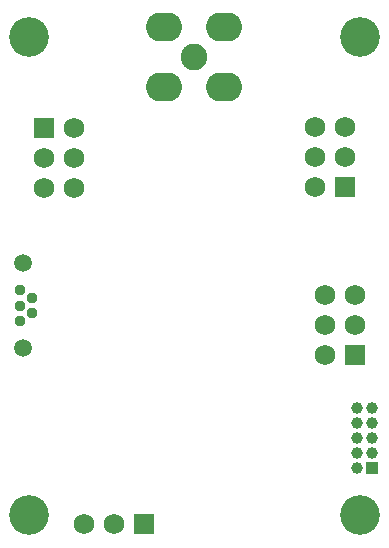
<source format=gbs>
G04 Layer_Color=16711935*
%FSLAX24Y24*%
%MOIN*%
G70*
G01*
G75*
%ADD36C,0.0591*%
%ADD40C,0.0370*%
%ADD41C,0.0394*%
%ADD42R,0.0394X0.0394*%
%ADD63R,0.0691X0.0691*%
%ADD64C,0.0691*%
%ADD65R,0.0691X0.0691*%
%ADD66C,0.1320*%
%ADD68C,0.0887*%
%ADD69O,0.1202X0.0966*%
D36*
X-5720Y266D02*
D03*
Y3081D02*
D03*
D40*
X-5807Y2185D02*
D03*
Y1673D02*
D03*
Y1161D02*
D03*
X-5413Y1417D02*
D03*
Y1929D02*
D03*
D41*
X5406Y-1740D02*
D03*
X5906D02*
D03*
X5406Y-2240D02*
D03*
X5906D02*
D03*
X5406Y-2740D02*
D03*
X5906D02*
D03*
X5406Y-3240D02*
D03*
X5906D02*
D03*
X5406Y-3740D02*
D03*
D42*
X5906D02*
D03*
D63*
X5354Y39D02*
D03*
X5020Y5610D02*
D03*
X-5020Y7579D02*
D03*
D64*
X4354Y39D02*
D03*
X5354Y1039D02*
D03*
X4354D02*
D03*
X5354Y2039D02*
D03*
X4354D02*
D03*
X4020Y5610D02*
D03*
X5020Y6610D02*
D03*
X4020D02*
D03*
X5020Y7610D02*
D03*
X4020D02*
D03*
X-2673Y-5610D02*
D03*
X-3673D02*
D03*
X-4020Y7579D02*
D03*
X-5020Y6579D02*
D03*
X-4020D02*
D03*
X-5020Y5579D02*
D03*
X-4020D02*
D03*
D65*
X-1673Y-5610D02*
D03*
D66*
X5512Y-5315D02*
D03*
X-5512D02*
D03*
Y10630D02*
D03*
X5512D02*
D03*
D68*
X0Y9941D02*
D03*
D69*
X-1000Y8941D02*
D03*
X1000D02*
D03*
Y10941D02*
D03*
X-1000D02*
D03*
M02*

</source>
